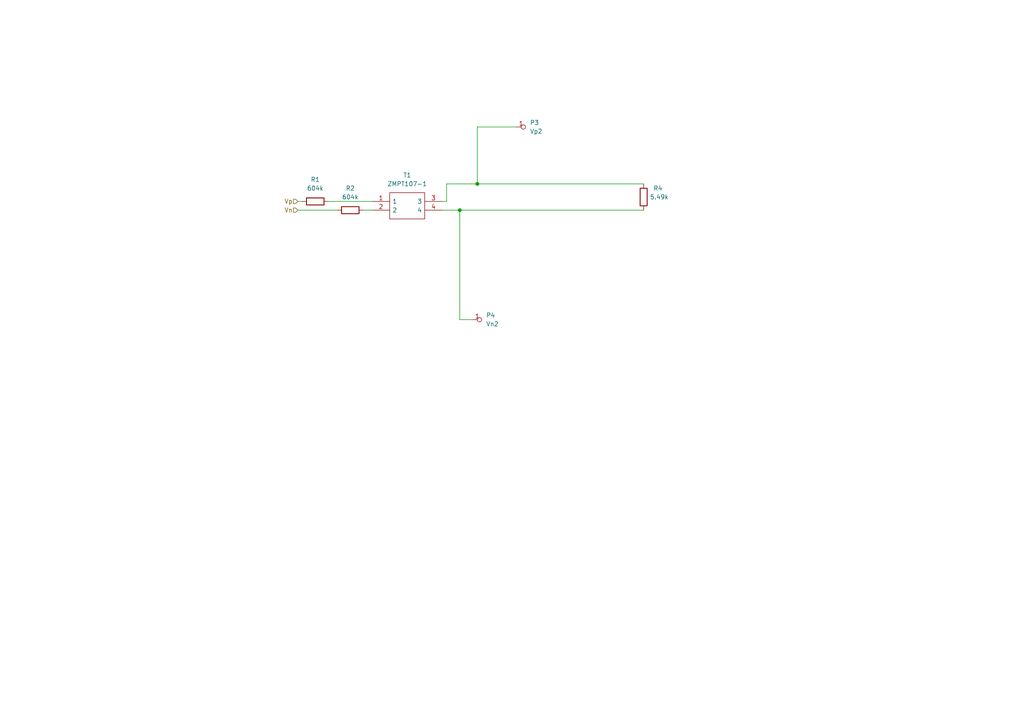
<source format=kicad_sch>
(kicad_sch (version 20231120) (generator "eeschema") (generator_version "8.0")
  (paper "A4")
  (lib_symbols
    (symbol "Mouser:PAD_hole2.6" (exclude_from_sim yes) (in_bom no) (on_board no)
      (property "Reference" "P" (at 1.016 1.778 0))
      (symbol "PAD_hole2.6_1_1"
        (pin input inverted (at -1.27 0 0) (length 2.54) (name "") (number "1"))
      )
    )
    (symbol "Mouser:ZMPT107-1" (pin_names (offset 0.762))
      (property "Reference" "T" (at 16.51 7.62 0))
      (property "Value" "ZMPT107-1" (at 16.51 5.08 0))
      (symbol "ZMPT107-1_0_0"
        (pin passive line (at 0 0 0) (length 5.08) (name "1") (number "1"))
        (pin passive line (at 0 -2.54 0) (length 5.08) (name "2") (number "2"))
        (pin passive line (at 20.32 0 180) (length 5.08) (name "3") (number "3"))
        (pin passive line (at 20.32 -2.54 180) (length 5.08) (name "4") (number "4"))
      )
      (symbol "ZMPT107-1_0_1"
        (polyline (pts (xy 5.08 2.54) (xy 15.24 2.54) (xy 15.24 -5.08) (xy 5.08 -5.08) (xy 5.08 2.54)) (stroke (width 0.1524)))
      )
    )
    (symbol "PAD_hole2.6_1" (exclude_from_sim yes) (in_bom no) (on_board no)
      (property "Reference" "P" (at 1.016 1.778 0))
      (symbol "PAD_hole2.6_1_1_1"
        (pin input inverted (at -1.27 0 0) (length 2.54) (name "") (number "1"))
      )
    )
    (symbol "PCM_Resistor_AKL:R_0402" (pin_numbers hide) (pin_names (offset 0))
      (property "Reference" "R" (at 2.54 1.27 0))
      (property "Value" "R_0402" (at 2.54 -1.27 0))
      (symbol "R_0402_0_1"
        (rectangle (start -1.016 2.54) (end 1.016 -2.54) (stroke (width 0.254)))
      )
      (symbol "R_0402_0_2"
        (polyline (pts (xy -2.54 -2.54) (xy -1.524 -1.524)))
        (polyline (pts (xy 1.524 1.524) (xy 2.54 2.54)))
        (polyline (pts (xy 1.524 1.524) (xy 0.889 2.159) (xy -2.159 -0.889) (xy -0.889 -2.159) (xy 2.159 0.889) (xy 1.524 1.524)) (stroke (width 0.254)))
      )
      (symbol "R_0402_1_1"
        (pin passive line (at 0 3.81 270) (length 1.27) (name "~") (number "1"))
        (pin passive line (at 0 -3.81 90) (length 1.27) (name "~") (number "2"))
      )
      (symbol "R_0402_1_2"
        (pin passive line (at 2.54 2.54 180) (length 0) (name "") (number "1"))
        (pin passive line (at -2.54 -2.54 0) (length 0) (name "") (number "2"))
      )
    )
  )
  (junction (at 133.35 60.96))
  (junction (at 138.43 53.34))
  (wire (pts (xy 133.35 92.71) (xy 133.35 60.96)))
  (wire (pts (xy 86.36 58.42) (xy 87.63 58.42)))
  (wire (pts (xy 186.69 60.96) (xy 133.35 60.96)))
  (wire (pts (xy 129.54 58.42) (xy 128.27 58.42)))
  (wire (pts (xy 138.43 36.83) (xy 138.43 53.34)))
  (wire (pts (xy 137.16 92.71) (xy 133.35 92.71)))
  (wire (pts (xy 129.54 53.34) (xy 138.43 53.34)))
  (wire (pts (xy 149.86 36.83) (xy 138.43 36.83)))
  (wire (pts (xy 186.69 53.34) (xy 138.43 53.34)))
  (wire (pts (xy 105.41 60.96) (xy 107.95 60.96)))
  (wire (pts (xy 95.25 58.42) (xy 107.95 58.42)))
  (wire (pts (xy 86.36 60.96) (xy 97.79 60.96)))
  (wire (pts (xy 133.35 60.96) (xy 128.27 60.96)))
  (wire (pts (xy 129.54 53.34) (xy 129.54 58.42)))
  (hierarchical_label "Vp" (shape input) (at 86.36 58.42 180))
  (hierarchical_label "Vn" (shape input) (at 86.36 60.96 180))
  (symbol (lib_id "Mouser:ZMPT107-1") (at 107.95 58.42 0) (unit 1)
    (property "Reference" "T1" (at 118.11 50.8 0))
    (property "Value" "ZMPT107-1" (at 118.11 53.34 0))
    (property "Footprint" "Mouser:ZMPT1071" (effects (hide yes)))
    (property "Datasheet" "https://item.szlcsc.com/136467.html" (effects (hide yes)))
    (property "Description" "2mA Voltage transformer 1:1 2mA Plugin Current Sense Transformers ROHS" (effects (hide yes)))
    (property "Description_1" "2mA Voltage transformer 1:1 2mA Plugin Current Sense Transformers ROHS" (effects (hide yes)))
    (property "Height" "18.4" (effects (hide yes)))
    (property "Manufacturer_Name" "Qingxian Zeming Langxi Electronic" (effects (hide yes)))
    (property "Manufacturer_Part_Number" "ZMPT107-1" (effects (hide yes)))
  )
  (symbol (lib_id "Mouser:PAD_hole2.6") (at 138.43 92.71 0) (unit 1) (in_bom no)
    (property "Reference" "P4" (at 140.97 91.4399 0) (effects (justify left)))
    (property "Value" "Vn2" (at 140.97 93.9799 0) (effects (justify left)))
    (property "Footprint" "Mouser:PAD_hole" (effects (hide yes)))
  )
  (symbol (lib_id "PCM_Resistor_AKL:R_0402") (at 186.69 57.15 180) (unit 1)
    (property "Reference" "R4" (at 189.484 54.61 0) (effects (justify right)))
    (property "Value" "5.49k" (at 188.468 57.15 0) (effects (justify right)))
    (property "Footprint" "PCM_Resistor_SMD_AKL:R_0402_1005Metric" (effects (hide yes)))
    (property "Description" "SMD 0402 Chip Resistor, European Symbol, Alternate KiCad Library" (effects (hide yes)))
  )
  (symbol (lib_id "PCM_Resistor_AKL:R_0402") (at 101.6 60.96 270) (unit 1)
    (property "Reference" "R2" (at 101.6 54.61 90))
    (property "Value" "604k" (at 101.6 57.15 90))
    (property "Footprint" "PCM_Resistor_SMD_AKL:R_1206_3216Metric" (effects (hide yes)))
    (property "Description" "SMD 0402 Chip Resistor, European Symbol, Alternate KiCad Library" (effects (hide yes)))
  )
  (symbol (lib_name "PAD_hole2.6_1") (lib_id "Mouser:PAD_hole2.6") (at 151.13 36.83 0) (unit 1) (in_bom no)
    (property "Reference" "P3" (at 153.67 35.5599 0) (effects (justify left)))
    (property "Value" "Vp2" (at 153.67 38.0999 0) (effects (justify left)))
    (property "Footprint" "Mouser:PAD_hole" (effects (hide yes)))
  )
  (symbol (lib_id "PCM_Resistor_AKL:R_0402") (at 91.44 58.42 270) (unit 1)
    (property "Reference" "R1" (at 91.44 52.07 90))
    (property "Value" "604k" (at 91.44 54.61 90))
    (property "Footprint" "PCM_Resistor_SMD_AKL:R_1206_3216Metric" (effects (hide yes)))
    (property "Description" "SMD 0402 Chip Resistor, European Symbol, Alternate KiCad Library" (effects (hide yes)))
  )
)
</source>
